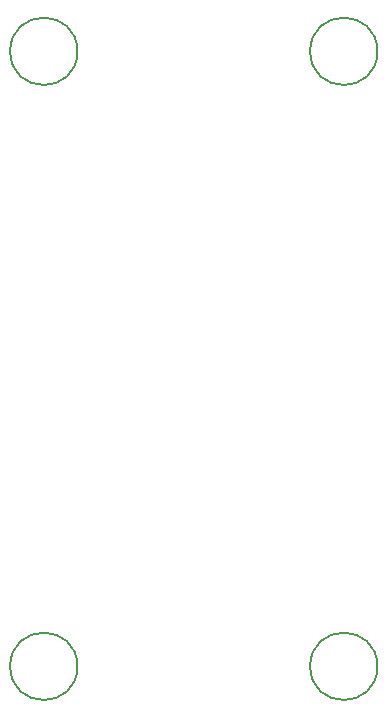
<source format=gbr>
G04 #@! TF.GenerationSoftware,KiCad,Pcbnew,(5.0.2)-1*
G04 #@! TF.CreationDate,2019-06-21T16:27:59+05:30*
G04 #@! TF.ProjectId,CapacityOfBattery,43617061-6369-4747-994f-664261747465,rev?*
G04 #@! TF.SameCoordinates,Original*
G04 #@! TF.FileFunction,Other,Comment*
%FSLAX46Y46*%
G04 Gerber Fmt 4.6, Leading zero omitted, Abs format (unit mm)*
G04 Created by KiCad (PCBNEW (5.0.2)-1) date 06/21/19 16:27:59*
%MOMM*%
%LPD*%
G01*
G04 APERTURE LIST*
%ADD10C,0.150000*%
G04 APERTURE END LIST*
D10*
G04 #@! TO.C,*
X18990000Y-15240000D02*
G75*
G03X18990000Y-15240000I-2850000J0D01*
G01*
X44390000Y-15240000D02*
G75*
G03X44390000Y-15240000I-2850000J0D01*
G01*
X18990000Y-67310000D02*
G75*
G03X18990000Y-67310000I-2850000J0D01*
G01*
X44390000Y-67310000D02*
G75*
G03X44390000Y-67310000I-2850000J0D01*
G01*
G04 #@! TD*
M02*

</source>
